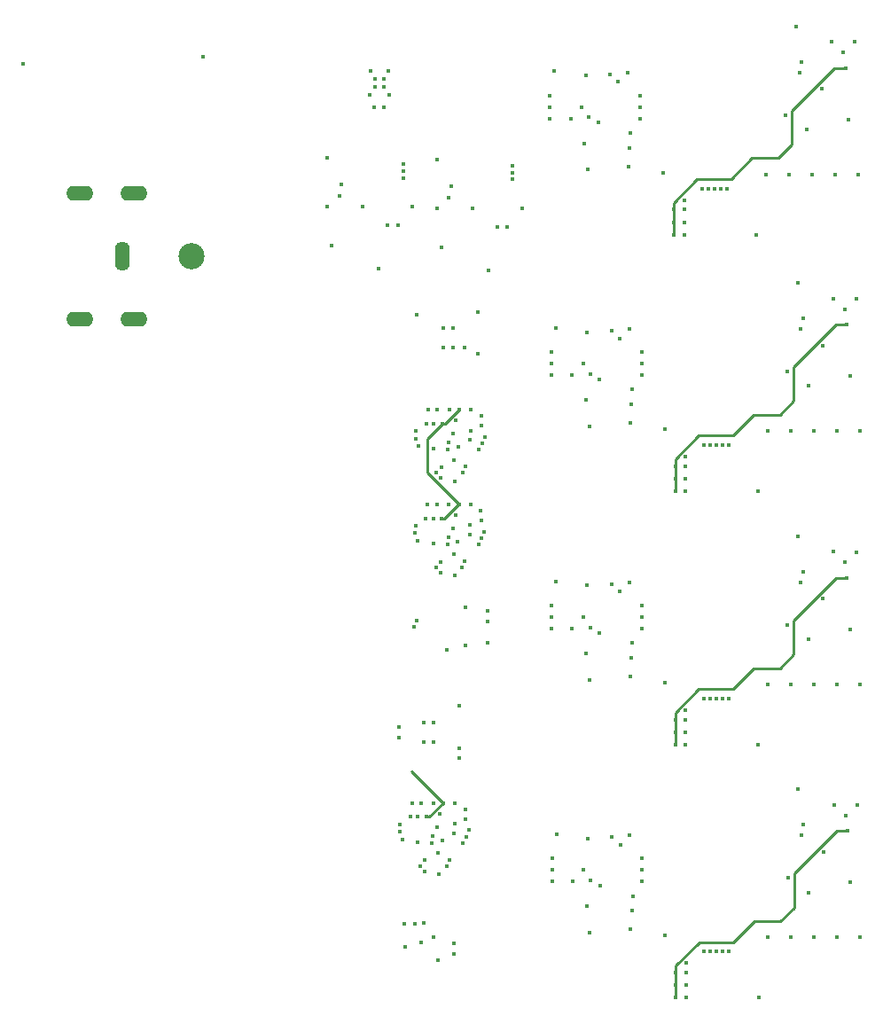
<source format=gbr>
%TF.GenerationSoftware,KiCad,Pcbnew,7.0.9*%
%TF.CreationDate,2024-01-29T23:53:48+02:00*%
%TF.ProjectId,ESLGSU,45534c47-5355-42e6-9b69-6361645f7063,rev?*%
%TF.SameCoordinates,Original*%
%TF.FileFunction,Copper,L4,Inr*%
%TF.FilePolarity,Positive*%
%FSLAX46Y46*%
G04 Gerber Fmt 4.6, Leading zero omitted, Abs format (unit mm)*
G04 Created by KiCad (PCBNEW 7.0.9) date 2024-01-29 23:53:48*
%MOMM*%
%LPD*%
G01*
G04 APERTURE LIST*
%TA.AperFunction,ComponentPad*%
%ADD10C,0.400000*%
%TD*%
%TA.AperFunction,ComponentPad*%
%ADD11C,2.500000*%
%TD*%
%TA.AperFunction,ComponentPad*%
%ADD12O,1.400000X2.800000*%
%TD*%
%TA.AperFunction,ComponentPad*%
%ADD13O,2.600000X1.400000*%
%TD*%
%TA.AperFunction,ViaPad*%
%ADD14C,0.450000*%
%TD*%
%TA.AperFunction,ViaPad*%
%ADD15C,0.400000*%
%TD*%
%TA.AperFunction,Conductor*%
%ADD16C,0.254000*%
%TD*%
G04 APERTURE END LIST*
D10*
%TO.N,Net-(U26-EN)*%
%TO.C,U28*%
X90536000Y-71250400D03*
%TO.N,/System_Power/VBAT*%
X90536000Y-71950400D03*
%TO.N,/System_Power/POWER_IN*%
X91336000Y-71950400D03*
%TO.N,Net-(U26-EN)*%
X91336000Y-71250400D03*
%TD*%
D11*
%TO.N,/System_Power/POWER_IN*%
%TO.C,J1*%
X73021600Y-88188800D03*
D12*
%TO.N,GNDA*%
X66371600Y-88188800D03*
D13*
X62321600Y-94188800D03*
X67521600Y-94188800D03*
X62321600Y-82188800D03*
X67521600Y-82188800D03*
%TD*%
D14*
%TO.N,Net-(U2-D)*%
X103692600Y-80822800D03*
X103692600Y-79502000D03*
X103692600Y-80162400D03*
%TO.N,GNDA*%
X104546400Y-83566000D03*
X99822000Y-83566000D03*
X96469200Y-83566000D03*
%TO.N,/SYS_5V*%
X96469200Y-78892400D03*
%TO.N,GNDA*%
X102209600Y-85344000D03*
X97586800Y-82550000D03*
%TO.N,Net-(Q6-G)*%
X97790000Y-81432400D03*
X103174800Y-85344000D03*
%TO.N,/SYS_5V*%
X101361200Y-89473200D03*
%TO.N,GNDA*%
X96840000Y-87286800D03*
%TO.N,Net-(U2-D)*%
X93218000Y-80670400D03*
X93218000Y-80010000D03*
X93218000Y-79349600D03*
%TO.N,/SYS_5V*%
X85994600Y-78740000D03*
X90886600Y-89320800D03*
%TO.N,GNDA*%
X86365400Y-87134400D03*
%TO.N,Net-(Q5-G)*%
X87315400Y-81280000D03*
X92700200Y-85191600D03*
%TO.N,GNDA*%
X94071800Y-83413600D03*
X91735000Y-85191600D03*
X89347400Y-83413600D03*
X85994600Y-83413600D03*
X87112200Y-82397600D03*
X90093900Y-70464400D03*
X91821100Y-70464400D03*
X91414700Y-73918800D03*
X90451500Y-73918800D03*
X91922700Y-72750400D03*
X90043100Y-72750400D03*
%TO.N,/SYS_5V*%
X56950000Y-69750000D03*
%TO.N,GND*%
X130950000Y-139050000D03*
X94550000Y-93710000D03*
X96150000Y-132700000D03*
X136350000Y-67700000D03*
X97050000Y-96860000D03*
X133325000Y-96675000D03*
X136500000Y-92200000D03*
X99100000Y-96910000D03*
X96451200Y-111861600D03*
X97050000Y-95010000D03*
X97608015Y-102822400D03*
X99150000Y-121650000D03*
X94964212Y-140379498D03*
X133175000Y-72175000D03*
X96081812Y-140379498D03*
X98000000Y-96860000D03*
X97568800Y-111861600D03*
X96150000Y-134550000D03*
X93300000Y-151950000D03*
X99550000Y-114757200D03*
X92801500Y-133121400D03*
X100350000Y-97510000D03*
X136500000Y-116400000D03*
X96095600Y-115570000D03*
X96134815Y-106530800D03*
X98063012Y-143275098D03*
X99150000Y-125350000D03*
X98050000Y-154800000D03*
X130750000Y-66200000D03*
X133325000Y-120875000D03*
X130900000Y-114900000D03*
X133375000Y-145025000D03*
X130900000Y-90700000D03*
X94608612Y-144087898D03*
X98551500Y-136121400D03*
X136550000Y-140550000D03*
X94500000Y-122950000D03*
X99589215Y-105718000D03*
X95150000Y-134550000D03*
X95150000Y-132700000D03*
X100350000Y-93460000D03*
X96490415Y-102822400D03*
X98000000Y-95010000D03*
X101250000Y-123000000D03*
D15*
%TO.N,GNDA*%
X123103503Y-106200000D03*
X124350000Y-154550000D03*
X121750000Y-81700000D03*
X123700000Y-106200000D03*
X123103503Y-130400000D03*
X107400000Y-121500000D03*
D14*
X135900000Y-123800000D03*
D15*
X123750000Y-154550000D03*
X107400000Y-123700000D03*
X116000000Y-123700000D03*
D14*
X129900000Y-123400000D03*
D15*
X124300000Y-106200000D03*
D14*
X129750000Y-74700000D03*
D15*
X122500000Y-130400000D03*
X116000000Y-121500000D03*
X107400000Y-122600000D03*
D14*
X129950000Y-147550000D03*
D15*
X107400000Y-98400000D03*
D14*
X129900000Y-99200000D03*
D15*
X123700000Y-130400000D03*
X115850000Y-75000000D03*
X107450000Y-147850000D03*
X107250000Y-73900000D03*
X121900000Y-106200000D03*
X116000000Y-98400000D03*
X116050000Y-147850000D03*
X122550000Y-154550000D03*
X107250000Y-72800000D03*
X107450000Y-145650000D03*
X107450000Y-146750000D03*
X116050000Y-145650000D03*
X107250000Y-75000000D03*
X121950000Y-154550000D03*
X123153503Y-154550000D03*
X116000000Y-97300000D03*
D14*
X135750000Y-75100000D03*
D15*
X107400000Y-99500000D03*
X115850000Y-73900000D03*
X116000000Y-122600000D03*
X123550000Y-81700000D03*
D14*
X135900000Y-99600000D03*
D15*
X115850000Y-72800000D03*
X124150000Y-81700000D03*
X122953503Y-81700000D03*
X107400000Y-97300000D03*
X124300000Y-130400000D03*
X116050000Y-146750000D03*
X122500000Y-106200000D03*
X121900000Y-130400000D03*
X122350000Y-81700000D03*
X116000000Y-99500000D03*
D14*
X135950000Y-147950000D03*
D15*
%TO.N,/Fixed_Regulators/EN_3V3*%
X111825000Y-75400000D03*
X110235000Y-73900000D03*
D14*
%TO.N,/Fixed_Regulators/SCL_3V3*%
X131250000Y-69600000D03*
D15*
X120050000Y-84900000D03*
D14*
%TO.N,/Fixed_Regulators/SDA_3V3*%
X131050000Y-70600000D03*
D15*
X120050000Y-86100000D03*
D14*
%TO.N,Net-(Q1-G)*%
X131750000Y-76060000D03*
X134150000Y-67690000D03*
D15*
%TO.N,/BUS_UNREG*%
X114800000Y-95100000D03*
X114850000Y-143450000D03*
X113100000Y-119500000D03*
X112950000Y-70800000D03*
X114800000Y-119300000D03*
X110800000Y-95400000D03*
X110650000Y-70900000D03*
X110850000Y-143750000D03*
X114650000Y-70600000D03*
X113900000Y-96000000D03*
X113750000Y-71500000D03*
X107800000Y-119200000D03*
X107850000Y-143350000D03*
X107800000Y-95000000D03*
X113950000Y-144350000D03*
X110800000Y-119600000D03*
X113150000Y-143650000D03*
X113900000Y-120200000D03*
X113100000Y-95300000D03*
X107650000Y-70500000D03*
D14*
%TO.N,/SYS_3V3*%
X135450000Y-70200000D03*
D15*
X119250000Y-157750000D03*
X119050000Y-83700000D03*
D14*
X135400000Y-93200000D03*
D15*
X119050000Y-86100000D03*
X119200000Y-134800000D03*
X119200000Y-110600000D03*
D14*
X135450000Y-141550000D03*
D15*
X119050000Y-84900000D03*
X119200000Y-108200000D03*
D14*
X135650000Y-143050000D03*
X135250000Y-68700000D03*
D15*
X119200000Y-132400000D03*
X119200000Y-133600000D03*
X119250000Y-158950000D03*
D14*
X74100000Y-69150000D03*
D15*
X119250000Y-156550000D03*
D14*
X135600000Y-118900000D03*
X135600000Y-94700000D03*
X135400000Y-117400000D03*
D15*
X119200000Y-109400000D03*
%TO.N,Net-(U10-OUT)*%
X118050000Y-80200000D03*
X110550000Y-77400000D03*
X114750000Y-79600000D03*
X110850000Y-79900000D03*
X114950000Y-76400000D03*
X114850000Y-77800000D03*
D14*
%TO.N,Net-(U11-IN)*%
X134450000Y-80350000D03*
D15*
X126950000Y-86100000D03*
D14*
X136650000Y-80350000D03*
X132250000Y-80350000D03*
X130050000Y-80350000D03*
X127850000Y-80350000D03*
D15*
%TO.N,Net-(U14-OUT)*%
X110700000Y-101900000D03*
X115100000Y-100900000D03*
X114900000Y-104100000D03*
X118200000Y-104700000D03*
X115000000Y-102300000D03*
X111000000Y-104400000D03*
D14*
%TO.N,Net-(U15-IN)*%
X134600000Y-104850000D03*
X136800000Y-104850000D03*
D15*
X127100000Y-110600000D03*
D14*
X130200000Y-104850000D03*
X132400000Y-104850000D03*
X128000000Y-104850000D03*
%TO.N,Net-(Q2-G)*%
X134300000Y-92190000D03*
X131900000Y-100560000D03*
D15*
%TO.N,/Fixed_Regulators/EN_5V*%
X110385000Y-98400000D03*
X111975000Y-99900000D03*
%TO.N,/Fixed_Regulators/INT_3V3*%
X120050000Y-83700000D03*
%TO.N,/Fixed_Regulators/INT_5V*%
X120200000Y-108200000D03*
D14*
%TO.N,/Fixed_Regulators/SCL_5V*%
X131400000Y-94100000D03*
D15*
X120200000Y-109400000D03*
D14*
%TO.N,/Fixed_Regulators/SDA_5V*%
X131200000Y-95100000D03*
D15*
X120200000Y-110600000D03*
%TO.N,/Programmable_Regulators/EN_CH1*%
X111975000Y-124100000D03*
X110385000Y-122600000D03*
%TO.N,Net-(U18-OUT)*%
X111000000Y-128600000D03*
X110700000Y-126100000D03*
X115100000Y-125100000D03*
X114900000Y-128300000D03*
X118200000Y-128900000D03*
X115000000Y-126500000D03*
%TO.N,/Programmable_Regulators/EN_CH2*%
X110435000Y-146750000D03*
X112025000Y-148250000D03*
D14*
%TO.N,Net-(U19-IN)*%
X134600000Y-129050000D03*
X136800000Y-129050000D03*
X130200000Y-129050000D03*
D15*
X127100000Y-134800000D03*
D14*
X128000000Y-129050000D03*
X132400000Y-129050000D03*
D15*
%TO.N,/Programmable_Regulators/INT_CH1*%
X120200000Y-132400000D03*
D14*
%TO.N,/Programmable_Regulators/SCL_CH1*%
X131400000Y-118300000D03*
D15*
X120200000Y-133600000D03*
D14*
%TO.N,/Programmable_Regulators/SDA_CH1*%
X131200000Y-119300000D03*
D15*
X120200000Y-134800000D03*
%TO.N,/Programmable_Regulators/INT_CH2*%
X120250000Y-156550000D03*
%TO.N,/Programmable_Regulators/SCL_CH2*%
X120250000Y-157750000D03*
D14*
X131450000Y-142450000D03*
%TO.N,/Programmable_Regulators/SDA_CH2*%
X131250000Y-143450000D03*
D15*
X120250000Y-158950000D03*
%TO.N,Net-(U22-OUT)*%
X118250000Y-153050000D03*
X115050000Y-150650000D03*
X114950000Y-152450000D03*
X111050000Y-152750000D03*
X115150000Y-149250000D03*
X110750000Y-150250000D03*
D14*
%TO.N,Net-(U23-IN)*%
X130250000Y-153200000D03*
X136850000Y-153200000D03*
D15*
X127150000Y-158950000D03*
D14*
X132450000Y-153200000D03*
X134650000Y-153200000D03*
X128050000Y-153200000D03*
%TO.N,Net-(Q3-G)*%
X131900000Y-124760000D03*
X134300000Y-116390000D03*
%TO.N,Net-(Q4-G)*%
X131950000Y-148910000D03*
X134350000Y-140540000D03*
D15*
%TO.N,Net-(U10-PG)*%
X109205000Y-75000000D03*
X120050000Y-82800000D03*
X110925000Y-74900000D03*
%TO.N,Net-(U14-PG)*%
X109355000Y-99500000D03*
X120200000Y-107300000D03*
X111075000Y-99400000D03*
%TO.N,Net-(U18-PG)*%
X109355000Y-123700000D03*
X111075000Y-123600000D03*
X120200000Y-131500000D03*
%TO.N,Net-(U22-PG)*%
X120250000Y-155650000D03*
X109405000Y-147850000D03*
X111125000Y-147750000D03*
D14*
%TO.N,/Main_uC/SYS_5V*%
X92801500Y-134101400D03*
%TO.N,/Main_uC/SYS_3V3*%
X98551500Y-135121400D03*
X94049812Y-140379498D03*
X95536800Y-111861600D03*
X93897412Y-141700298D03*
X95384400Y-113182400D03*
X94250000Y-123550000D03*
X99690815Y-102822400D03*
X98164612Y-140379498D03*
X98050000Y-153800000D03*
X93400000Y-154150000D03*
X95423615Y-104143200D03*
X97400878Y-125750000D03*
X99651600Y-111861600D03*
X95576015Y-102822400D03*
X101250000Y-125050000D03*
X98551500Y-131071400D03*
%TO.N,/Main_uC/VBUS*%
X96908400Y-113182400D03*
X96947615Y-104143200D03*
X101250000Y-122000000D03*
X94300000Y-151950000D03*
X98534000Y-111861600D03*
X97047012Y-140379498D03*
X98573215Y-102822400D03*
X95421412Y-141700298D03*
%TO.N,/Main_uC/GPIO_A_nEN*%
X100656015Y-103432000D03*
%TO.N,/Main_uC/SPI1_MOSI*%
X96539012Y-145154698D03*
X98113812Y-142360698D03*
%TO.N,/Main_uC/SPI1_SCK*%
X96945412Y-143935498D03*
X97611888Y-145801730D03*
%TO.N,/Main_uC/SPI1_MISO*%
X99485412Y-142970298D03*
X96640612Y-147186698D03*
%TO.N,/Main_uC/UART1_TX*%
X96550000Y-155400000D03*
X96150000Y-153150000D03*
%TO.N,/Main_uC/SPI1_nEN*%
X99129812Y-140989098D03*
%TO.N,/Main_uC/GPIO_B_nEN*%
X100616800Y-112471200D03*
%TO.N,/Main_uC/SPI1_NSS*%
X97351812Y-146373898D03*
X95980212Y-144189498D03*
%TO.N,/Main_uC/GPIO_4*%
X101011615Y-105413200D03*
X98166815Y-109629600D03*
%TO.N,/Main_uC/GPIO_3*%
X98878015Y-108816800D03*
X97506415Y-106632400D03*
%TO.N,/Main_uC/GPIO_2*%
X99138091Y-108244632D03*
X98471615Y-106378400D03*
%TO.N,/Main_uC/GPIO_1*%
X98065215Y-107597600D03*
X99640015Y-104803600D03*
%TO.N,/Main_uC/GPIO_8*%
X98127600Y-118668800D03*
X100972400Y-114452400D03*
%TO.N,/Main_uC/GPIO_7*%
X97467200Y-115671600D03*
X98838800Y-117856000D03*
%TO.N,/Main_uC/GPIO_6*%
X98432400Y-115417600D03*
X99098876Y-117283832D03*
%TO.N,/Main_uC/GPIO_5*%
X98026000Y-116636800D03*
X99600800Y-113842800D03*
%TO.N,Net-(U32-S1A)*%
X95200000Y-151800000D03*
X94950000Y-153650000D03*
%TO.N,Net-(U34-S3B)*%
X100413600Y-115671600D03*
X97518000Y-115011200D03*
%TO.N,/Main_uC/GPIO_B_SHIFT*%
X96095600Y-113182400D03*
X98229200Y-112877600D03*
%TO.N,Net-(U36-B3)*%
X97557215Y-105972000D03*
X100452815Y-106632400D03*
%TO.N,/Main_uC/GPIO_A_SHIFT*%
X98268415Y-103838400D03*
X96134815Y-104143200D03*
%TO.N,Net-(U46-B3)*%
X98926612Y-144189498D03*
X96031012Y-143529098D03*
%TO.N,/Main_uC/SPI1_SHIFT*%
X96742212Y-141395498D03*
X94608612Y-141700298D03*
%TO.N,/Main_uC/_GPIO_6*%
X94419200Y-113893600D03*
X97975200Y-114147600D03*
X96798397Y-117339598D03*
%TO.N,/Main_uC/_GPIO_7*%
X100718400Y-115062000D03*
X96349600Y-117852000D03*
X94368400Y-114604800D03*
%TO.N,/Main_uC/_GPIO_8*%
X96756000Y-118364000D03*
X100667600Y-113385600D03*
X94622400Y-115316000D03*
%TO.N,/Main_uC/_GPIO_2*%
X98014415Y-105108400D03*
X96837612Y-108300398D03*
X94458415Y-104854400D03*
%TO.N,/Main_uC/_GPIO_3*%
X96388815Y-108812800D03*
X94407615Y-105565600D03*
X100757615Y-106022800D03*
%TO.N,/Main_uC/_GPIO_4*%
X94661615Y-106276800D03*
X100706815Y-104346400D03*
X96795215Y-109324800D03*
%TO.N,/Main_uC/_SPI1_SCK*%
X96488212Y-142665498D03*
X95311409Y-145857496D03*
X92932212Y-142411498D03*
%TO.N,/Main_uC/_SPI1_NSS*%
X92881412Y-143122698D03*
X94862612Y-146369898D03*
X99231412Y-143579898D03*
%TO.N,/Main_uC/_SPI1_MISO*%
X99180612Y-141903498D03*
X93135412Y-143833898D03*
X95269012Y-146881898D03*
%TD*%
D16*
%TO.N,/SYS_3V3*%
X134599052Y-143050000D02*
X135650000Y-143050000D01*
X124700000Y-129500000D02*
X126700000Y-127500000D01*
X134549052Y-118900000D02*
X135600000Y-118900000D01*
X130500000Y-122949052D02*
X134549052Y-118900000D01*
X119050000Y-83700000D02*
X119050000Y-83049052D01*
X119050000Y-83700000D02*
X119050000Y-86100000D01*
X119200000Y-132400000D02*
X119200000Y-131749052D01*
X124700000Y-105300000D02*
X126700000Y-103300000D01*
X124550000Y-80800000D02*
X126550000Y-78800000D01*
X129200000Y-127500000D02*
X130500000Y-126200000D01*
X119200000Y-131749052D02*
X121449052Y-129500000D01*
X126700000Y-127500000D02*
X129200000Y-127500000D01*
X130500000Y-126200000D02*
X130500000Y-122949052D01*
X119200000Y-107549052D02*
X121449052Y-105300000D01*
X126750000Y-151650000D02*
X129250000Y-151650000D01*
X130500000Y-98749052D02*
X134549052Y-94700000D01*
X121499052Y-153650000D02*
X124750000Y-153650000D01*
X130550000Y-147099052D02*
X134599052Y-143050000D01*
X129050000Y-78800000D02*
X130350000Y-77500000D01*
X119200000Y-108200000D02*
X119200000Y-110600000D01*
X121449052Y-129500000D02*
X124700000Y-129500000D01*
X134549052Y-94700000D02*
X135600000Y-94700000D01*
X119050000Y-83049052D02*
X121299052Y-80800000D01*
X130350000Y-77500000D02*
X130350000Y-74249052D01*
X119250000Y-155899052D02*
X121499052Y-153650000D01*
X130500000Y-102000000D02*
X130500000Y-98749052D01*
X126550000Y-78800000D02*
X129050000Y-78800000D01*
X124750000Y-153650000D02*
X126750000Y-151650000D01*
X129200000Y-103300000D02*
X130500000Y-102000000D01*
X119250000Y-156550000D02*
X119250000Y-158950000D01*
X134399052Y-70200000D02*
X135450000Y-70200000D01*
X130350000Y-74249052D02*
X134399052Y-70200000D01*
X121299052Y-80800000D02*
X124550000Y-80800000D01*
X129250000Y-151650000D02*
X130550000Y-150350000D01*
X119200000Y-132400000D02*
X119200000Y-134800000D01*
X119250000Y-156550000D02*
X119250000Y-155899052D01*
X119200000Y-108200000D02*
X119200000Y-107549052D01*
X130550000Y-150350000D02*
X130550000Y-147099052D01*
X126700000Y-103300000D02*
X129200000Y-103300000D01*
X121449052Y-105300000D02*
X124700000Y-105300000D01*
%TO.N,/Main_uC/VBUS*%
X97047012Y-140379498D02*
X94026812Y-137359298D01*
X96947615Y-104143200D02*
X97212667Y-104143200D01*
X95686464Y-141700298D02*
X97007264Y-140379498D01*
X97173452Y-113182400D02*
X98494252Y-111861600D01*
X95421412Y-141700298D02*
X95686464Y-141700298D01*
X95513800Y-108841400D02*
X95513800Y-105577015D01*
X97212667Y-104143200D02*
X98533467Y-102822400D01*
X98534000Y-111861600D02*
X95513800Y-108841400D01*
X96908400Y-113182400D02*
X97173452Y-113182400D01*
X95513800Y-105577015D02*
X96947615Y-104143200D01*
%TD*%
M02*

</source>
